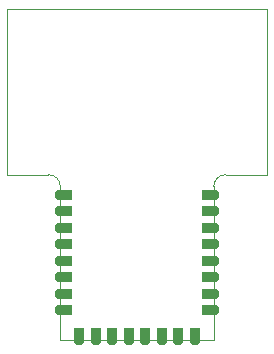
<source format=gbs>
G04*
G04 #@! TF.GenerationSoftware,Altium Limited,Altium NEXUS,5.8.2 (18)*
G04*
G04 Layer_Color=7949734*
%FSLAX25Y25*%
%MOIN*%
G70*
G04*
G04 #@! TF.SameCoordinates,96A2D957-15C9-49F1-B6A3-93ECAB74F1FA*
G04*
G04*
G04 #@! TF.FilePolarity,Negative*
G04*
G01*
G75*
%ADD14C,0.00394*%
%ADD38C,0.03740*%
%ADD46R,0.04134X0.03740*%
%ADD47R,0.03740X0.04134*%
D14*
X-25591Y51181D02*
G03*
X-29528Y55118I-3937J0D01*
G01*
X29528D02*
G03*
X25591Y51181I0J-3937D01*
G01*
X6281Y110236D02*
X13171D01*
X-6383D02*
X-872D01*
X-43307Y55118D02*
Y110236D01*
Y55118D02*
X-29528D01*
X-43307Y110236D02*
X43307D01*
Y55118D02*
Y110236D01*
X29528Y55118D02*
X43307D01*
X-25591Y0D02*
Y51181D01*
Y0D02*
X25591D01*
Y51181D01*
D38*
X25591Y15354D02*
D03*
Y20866D02*
D03*
Y26378D02*
D03*
Y31890D02*
D03*
Y37402D02*
D03*
Y42913D02*
D03*
Y48425D02*
D03*
Y9843D02*
D03*
X-19291Y0D02*
D03*
X19291D02*
D03*
X13780D02*
D03*
X8268D02*
D03*
X2756D02*
D03*
X-2756D02*
D03*
X-8268D02*
D03*
X-13780D02*
D03*
X-25591Y42913D02*
D03*
Y37402D02*
D03*
Y31890D02*
D03*
Y26378D02*
D03*
Y20866D02*
D03*
Y15354D02*
D03*
Y48425D02*
D03*
Y9843D02*
D03*
D46*
X23622Y20866D02*
D03*
Y26378D02*
D03*
Y31890D02*
D03*
Y37402D02*
D03*
Y42913D02*
D03*
Y48425D02*
D03*
Y15354D02*
D03*
Y9843D02*
D03*
X-23622Y37402D02*
D03*
Y31890D02*
D03*
Y26378D02*
D03*
Y20866D02*
D03*
Y15354D02*
D03*
Y9843D02*
D03*
Y42913D02*
D03*
Y48425D02*
D03*
D47*
X-19291Y1969D02*
D03*
X-13780D02*
D03*
X19291D02*
D03*
X13780D02*
D03*
X8268D02*
D03*
X2756D02*
D03*
X-2756D02*
D03*
X-8268D02*
D03*
M02*

</source>
